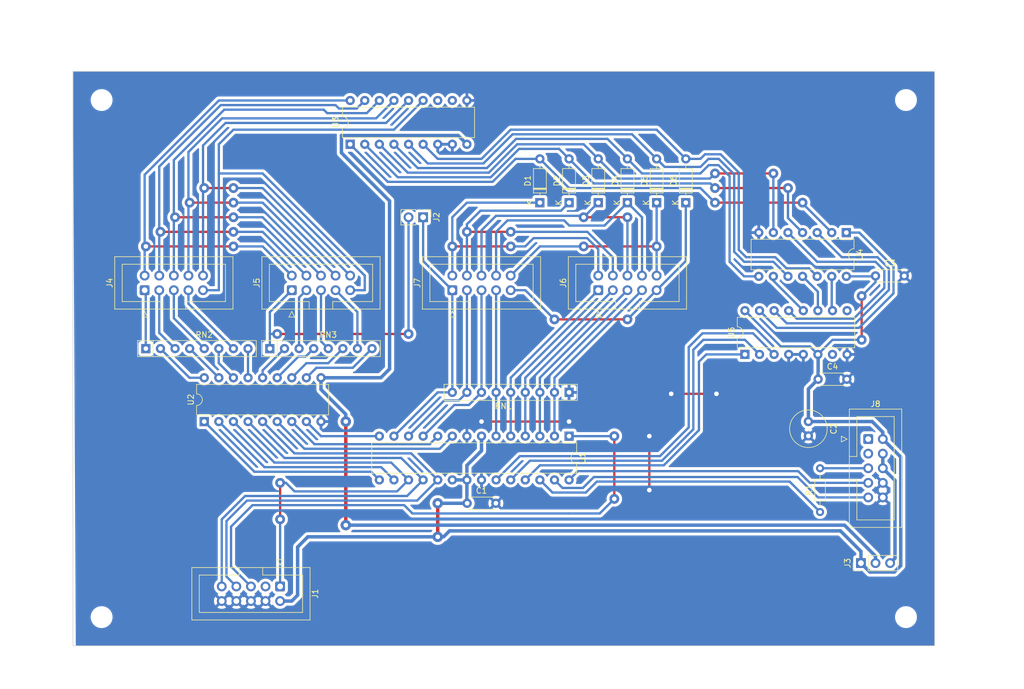
<source format=kicad_pcb>
(kicad_pcb (version 20240108) (generator "pcbnew") (generator_version "8.0")
  (layers (0 "F.Cu" signal) (31 "B.Cu" signal) (34 "B.Paste" user) (35 "F.Paste" user) (36 "B.SilkS" user "B.Silkscreen") (37 "F.SilkS" user "F.Silkscreen") (38 "B.Mask" user) (39 "F.Mask" user) (44 "Edge.Cuts" user))
  (net 0 "")
  (net 1 "+5V")
  (net 2 "GND")
  (net 3 "Net-(D1-K)")
  (net 4 "L1")
  (net 5 "Net-(D2-K)")
  (net 6 "L2")
  (net 7 "Net-(D3-K)")
  (net 8 "L3")
  (net 9 "Net-(D4-K)")
  (net 10 "L4")
  (net 11 "Net-(D5-K)")
  (net 12 "L5")
  (net 13 "Net-(D6-K)")
  (net 14 "L6")
  (net 15 "MOSI")
  (net 17 "Reset")
  (net 18 "SCK")
  (net 19 "MISO")
  (net 20 "P8")
  (net 21 "Net-(J2-Pin_2)")
  (net 22 "/LED_PWR")
  (net 23 "+12V")
  (net 24 "Net-(J4-Pin_1)")
  (net 25 "Net-(J4-Pin_2)")
  (net 26 "Net-(J4-Pin_3)")
  (net 27 "Net-(J4-Pin_4)")
  (net 28 "Net-(J4-Pin_5)")
  (net 29 "Net-(J4-Pin_6)")
  (net 30 "Net-(J4-Pin_7)")
  (net 31 "Net-(J4-Pin_8)")
  (net 32 "Net-(J4-Pin_9)")
  (net 33 "Net-(J4-Pin_10)")
  (net 34 "Net-(J5-Pin_3)")
  (net 35 "Net-(J5-Pin_5)")
  (net 36 "Net-(J5-Pin_7)")
  (net 37 "P4")
  (net 38 "P3")
  (net 39 "P2")
  (net 40 "P1")
  (net 41 "P7")
  (net 42 "P6")
  (net 43 "P5")
  (net 46 "Net-(J8-Pin_5)")
  (net 47 "SCL")
  (net 48 "SDA")
  (net 49 "Interrupt")
  (net 50 "Net-(RN2A-R1.2)")
  (net 51 "Net-(RN2B-R2.2)")
  (net 52 "Net-(RN2C-R3.2)")
  (net 53 "Net-(RN2D-R4.2)")
  (net 54 "Net-(RN3A-R1.2)")
  (net 55 "Net-(RN3B-R2.2)")
  (net 56 "Net-(RN3C-R3.2)")
  (net 57 "Net-(RN3D-R4.2)")
  (net 58 "Net-(U1-XTAL1{slash}PB6)")
  (net 59 "Net-(U1-XTAL2{slash}PB7)")
  (net 60 "Net-(U1-PB0)")
  (net 61 "Net-(U1-PB1)")
  (net 62 "Net-(U1-PB2)")
  (net 63 "A1")
  (net 64 "A2")
  (net 65 "A3")
  (net 68 "Net-(U5-O0)")
  (net 69 "Net-(U5-O1)")
  (net 70 "Net-(U5-O2)")
  (net 71 "Net-(U5-O3)")
  (net 72 "Net-(U5-O4)")
  (net 73 "Net-(U5-O5)")
  (footprint "Connector_IDC:IDC-Header_2x05_P2.54mm_Vertical" (layer "F.Cu") (at 104.14 83.82 90)
    (property "Reference" "J5")
    (property "Value" "LED2")
  )
  (footprint "Resistor_THT:R_Array_SIP8" (layer "F.Cu") (at 100.33 93.98)
    (property "Reference" "RN3")
    (property "Value" "R_Pack04_SIP_Split")
  )
  (footprint "Resistor_THT:R_Axial_DIN0204_L3.6mm_D1.6mm_P7.62mm_Horizontal" (layer "F.Cu") (at 196.088 122.428 90)
    (property "Reference" "R1")
    (property "Value" "R")
  )
  (footprint "Capacitor_THT:C_Disc_D4.3mm_W1.9mm_P5.00mm" (layer "F.Cu") (at 134.66 120.904)
    (property "Reference" "C1")
    (property "Value" "100nF")
  )
  (footprint "Package_DIP:DIP-14_W7.62mm" (layer "F.Cu") (at 200.66 73.79 -90)
    (property "Reference" "U4")
    (property "Value" "4069")
  )
  (footprint "Connector_IDC:IDC-Header_2x05_P2.54mm_Vertical" (layer "F.Cu") (at 102.108 135.382 -90)
    (property "Reference" "J1")
    (property "Value" "ISP")
  )
  (footprint "MountingHole:MountingHole_3.2mm_M3" (layer "F.Cu") (at 211.04 50.72)
    (property "Reference" "H1" (hide yes))
    (property "Value" "MountingHole")
  )
  (footprint "Package_DIP:DIP-18_W7.62mm" (layer "F.Cu") (at 114.3 58.42 90)
    (property "Reference" "U3")
    (property "Value" "TBD62783A")
  )
  (footprint "Resistor_THT:R_Array_SIP9" (layer "F.Cu") (at 152.4 101.6 180)
    (property "Reference" "RN1")
    (property "Value" "R_Network08")
  )
  (footprint "Capacitor_THT:C_Radial_D6.3mm_H7.0mm_P2.50mm" (layer "F.Cu") (at 194.056 106.68 -90)
    (property "Reference" "C2")
    (property "Value" "10uF")
  )
  (footprint "Diode_THT:D_DO-35_SOD27_P7.62mm_Horizontal" (layer "F.Cu") (at 167.64 68.58 90)
    (property "Reference" "D5")
    (property "Value" "1N4148")
  )
  (footprint "Connector_PinHeader_2.54mm:PinHeader_1x02_P2.54mm_Vertical" (layer "F.Cu") (at 127 71.12 -90)
    (property "Reference" "J2")
    (property "Value" "Ext")
  )
  (footprint "Capacitor_THT:C_Disc_D4.3mm_W1.9mm_P5.00mm" (layer "F.Cu") (at 195.75 99.314)
    (property "Reference" "C4")
    (property "Value" "100nF")
  )
  (footprint "Diode_THT:D_DO-35_SOD27_P7.62mm_Horizontal" (layer "F.Cu") (at 162.56 68.58 90)
    (property "Reference" "D4")
    (property "Value" "1N4148")
  )
  (footprint "MountingHole:MountingHole_3.2mm_M3" (layer "F.Cu") (at 211.04 140.72)
    (property "Reference" "H4" (hide yes))
    (property "Value" "MountingHole")
  )
  (footprint "Connector_IDC:IDC-Header_2x05_P2.54mm_Vertical" (layer "F.Cu") (at 132.08 83.82 90)
    (property "Reference" "J7")
    (property "Value" "Pistons2")
  )
  (footprint "Diode_THT:D_DO-35_SOD27_P7.62mm_Horizontal" (layer "F.Cu") (at 152.4 68.58 90)
    (property "Reference" "D2")
    (property "Value" "1N4148")
  )
  (footprint "Diode_THT:D_DO-35_SOD27_P7.62mm_Horizontal" (layer "F.Cu") (at 147.32 68.58 90)
    (property "Reference" "D1")
    (property "Value" "1N4148")
  )
  (footprint "Package_DIP:DIP-28_W7.62mm" (layer "F.Cu") (at 152.4 109.22 -90)
    (property "Reference" "U1")
    (property "Value" "ATmega48-20P")
  )
  (footprint "Resistor_THT:R_Array_SIP8" (layer "F.Cu") (at 78.74 93.98)
    (property "Reference" "RN2")
    (property "Value" "R_Pack04_SIP_Split")
  )
  (footprint "Diode_THT:D_DO-35_SOD27_P7.62mm_Horizontal" (layer "F.Cu") (at 157.48 68.58 90)
    (property "Reference" "D3")
    (property "Value" "1N4148")
  )
  (footprint "MountingHole:MountingHole_3.2mm_M3" (layer "F.Cu") (at 71.04 50.72)
    (property "Reference" "H2" (hide yes))
    (property "Value" "MountingHole")
  )
  (footprint "Diode_THT:D_DO-35_SOD27_P7.62mm_Horizontal" (layer "F.Cu") (at 172.72 68.58 90)
    (property "Reference" "D6")
    (property "Value" "1N4148")
  )
  (footprint "Connector_IDC:IDC-Header_2x05_P2.54mm_Vertical" (layer "F.Cu") (at 204.47 109.728)
    (property "Reference" "J8")
    (property "Value" "BoardCon")
  )
  (footprint "Connector_IDC:IDC-Header_2x05_P2.54mm_Vertical" (layer "F.Cu") (at 78.53 83.82 90)
    (property "Reference" "J4")
    (property "Value" "LED1")
  )
  (footprint "Connector_IDC:IDC-Header_2x05_P2.54mm_Vertical" (layer "F.Cu") (at 157.48 83.82 90)
    (property "Reference" "J6")
    (property "Value" "Pistons1")
  )
  (footprint "MountingHole:MountingHole_3.2mm_M3" (layer "F.Cu") (at 71.04 140.72)
    (property "Reference" "H3" (hide yes))
    (property "Value" "MountingHole")
  )
  (footprint "Package_DIP:DIP-18_W7.62mm" (layer "F.Cu") (at 88.9 106.68 90)
    (property "Reference" "U2")
    (property "Value" "ULN2803A")
  )
  (footprint "Package_DIP:DIP-16_W7.62mm" (layer "F.Cu") (at 183.01 94.996 90)
    (property "Reference" "U5")
    (property "Value" "74LS138")
  )
  (footprint "Capacitor_THT:C_Disc_D4.3mm_W1.9mm_P5.00mm" (layer "F.Cu") (at 205.74 81.33)
    (property "Reference" "C3")
    (property "Value" "100nF")
  )
  (footprint "Connector_PinHeader_2.54mm:PinHeader_1x03_P2.54mm_Vertical" (layer "F.Cu") (at 203.2 131.318 90)
    (property "Reference" "J3")
    (property "Value" "PWR")
  )
  (gr_rect (start 66.04 45.72) (end 216.04 145.72) (stroke (width 0.1)) (fill none) (layer "Edge.Cuts"))
  (segment (start 203.33 84.836) (end 203.33 92.456) (width 0.4) (layer "F.Cu") (net 1))
  (segment (start 129.54 126.746) (end 129.54 120.904) (width 0.6) (layer "F.Cu") (net 1))
  (via (at 129.54 126.746) (size 1.8) (drill 0.8) (layers "F.Cu" "B.Cu") (net 1))
  (via (at 203.33 92.456) (size 1.7) (drill 0.8) (layers "F.Cu" "B.Cu") (net 1))
  (via (at 129.54 120.904) (size 1.8) (drill 0.8) (layers "F.Cu" "B.Cu") (net 1))
  (via (at 203.33 84.836) (size 1.7) (drill 0.8) (layers "F.Cu" "B.Cu") (net 1))
  (segment (start 210.13 112.848) (end 210.13 131.754) (width 0.6) (layer "B.Cu") (net 1))
  (segment (start 131.588 125.714) (end 199.644 125.714) (width 0.6) (layer "B.Cu") (net 1))
  (segment (start 207.01 108.525919) (end 205.164081 106.68) (width 0.6) (layer "B.Cu") (net 1))
  (segment (start 134.62 116.84) (end 134.62 120.864) (width 0.6) (layer "B.Cu") (net 1))
  (segment (start 203.33 92.456) (end 198.25 92.456) (width 0.4) (layer "B.Cu") (net 1))
  (segment (start 207.01 109.728) (end 210.13 112.848) (width 0.6) (layer "B.Cu") (net 1))
  (segment (start 203.33 84.836) (end 205.74 82.426) (width 0.4) (layer "B.Cu") (net 1))
  (segment (start 203.2 129.27) (end 203.2 131.318) (width 0.6) (layer "B.Cu") (net 1))
  (segment (start 134.62 116.84) (end 134.62 114.3) (width 0.6) (layer "B.Cu") (net 1))
  (segment (start 195.79 95.076) (end 195.71 94.996) (width 0.4) (layer "B.Cu") (net 1))
  (segment (start 195.71 94.996) (end 194.31 93.596) (width 0.4) (layer "B.Cu") (net 1))
  (segment (start 200.66 81.41) (end 205.66 81.41) (width 0.4) (layer "B.Cu") (net 1))
  (segment (start 137.16 111.76) (end 137.16 109.22) (width 0.6) (layer "B.Cu") (net 1))
  (segment (start 106.934 126.746) (end 105.156 128.524) (width 0.6) (layer "B.Cu") (net 1))
  (segment (start 205.164081 106.68) (end 194.056 106.68) (width 0.6) (layer "B.Cu") (net 1))
  (segment (start 199.644 125.714) (end 203.2 129.27) (width 0.6) (layer "B.Cu") (net 1))
  (segment (start 134.62 114.3) (end 137.16 111.76) (width 0.6) (layer "B.Cu") (net 1))
  (segment (start 129.54 126.746) (end 106.934 126.746) (width 0.6) (layer "B.Cu") (net 1))
  (segment (start 130.556 126.746) (end 129.54 126.746) (width 0.6) (layer "B.Cu") (net 1))
  (segment (start 210.13 131.754) (end 209.016 132.868) (width 0.6) (layer "B.Cu") (net 1))
  (segment (start 198.25 92.456) (end 195.71 94.996) (width 0.4) (layer "B.Cu") (net 1))
  (segment (start 189.23 93.596) (end 183.01 87.376) (width 0.4) (layer "B.Cu") (net 1))
  (segment (start 194.31 93.596) (end 189.23 93.596) (width 0.4) (layer "B.Cu") (net 1))
  (segment (start 205.74 82.426) (end 205.74 81.33) (width 0.4) (layer "B.Cu") (net 1))
  (segment (start 129.54 120.904) (end 134.66 120.904) (width 0.6) (layer "B.Cu") (net 1))
  (segment (start 207.01 109.728) (end 207.01 108.525919) (width 0.6) (layer "B.Cu") (net 1))
  (segment (start 105.156 136.906) (end 104.14 137.922) (width 0.6) (layer "B.Cu") (net 1))
  (segment (start 195.75 95.036) (end 195.71 94.996) (width 0.6) (layer "B.Cu") (net 1))
  (segment (start 194.056 101.008) (end 195.75 99.314) (width 0.6) (layer "B.Cu") (net 1))
  (segment (start 195.75 99.314) (end 195.75 95.036) (width 0.6) (layer "B.Cu") (net 1))
  (segment (start 134.62 120.864) (end 134.66 120.904) (width 0.6) (layer "B.Cu") (net 1))
  (segment (start 134.62 116.84) (end 132.08 116.84) (width 0.6) (layer "B.Cu") (net 1))
  (segment (start 209.016 132.868) (end 204.75 132.868) (width 0.6) (layer "B.Cu") (net 1))
  (segment (start 104.14 137.922) (end 102.108 137.922) (width 0.6) (layer "B.Cu") (net 1))
  (segment (start 194.056 106.68) (end 194.056 101.008) (width 0.6) (layer "B.Cu") (net 1))
  (segment (start 105.156 128.524) (end 105.156 136.906) (width 0.6) (layer "B.Cu") (net 1))
  (segment (start 131.588 125.714) (end 130.556 126.746) (width 0.6) (layer "B.Cu") (net 1))
  (segment (start 204.75 132.868) (end 203.2 131.318) (width 0.6) (layer "B.Cu") (net 1))
  (segment (start 137.16 106.68) (end 152.4 106.68) (width 0.4) (layer "F.Cu") (net 2))
  (segment (start 170.18 101.854) (end 178.054 101.854) (width 0.4) (layer "F.Cu") (net 2))
  (segment (start 166.37 118.618) (end 166.37 109.22) (width 0.4) (layer "F.Cu") (net 2))
  (via (at 166.37 118.618) (size 1.7) (drill 0.8) (layers "F.Cu" "B.Cu") (net 2))
  (via (at 170.18 101.854) (size 1.7) (drill 0.8) (layers "F.Cu" "B.Cu") (net 2))
  (via (at 166.37 109.22) (size 1.7) (drill 0.8) (layers "F.Cu" "B.Cu") (net 2))
  (via (at 137.16 106.68) (size 1.7) (drill 0.8) (layers "F.Cu" "B.Cu") (net 2))
  (via (at 178.054 101.854) (size 1.7) (drill 0.8) (layers "F.Cu" "B.Cu") (net 2))
  (via (at 152.4 106.68) (size 1.7) (drill 0.8) (layers "F.Cu" "B.Cu") (net 2))
  (segment (start 142.24 76.2) (end 132.08 76.2) (width 0.4) (layer "F.Cu") (net 3))
  (via (at 142.24 76.2) (size 1.7) (drill 0.8) (layers "F.Cu" "B.Cu") (net 3))
  (via (at 132.08 76.2) (size 1.7) (drill 0.8) (layers "F.Cu" "B.Cu") (net 3))
  (segment (start 132.08 71.12) (end 132.08 76.2) (width 0.4) (layer "B.Cu") (net 3))
  (segment (start 134.62 68.58) (end 132.08 71.12) (width 0.4) (layer "B.Cu") (net 3))
  (segment (start 146.23 74.75) (end 144.78 76.2) (width 0.4) (layer "B.Cu") (net 3))
  (segment (start 132.08 76.2) (end 132.08 81.28) (width 0.4) (layer "B.Cu") (net 3))
  (segment (start 157.48 76.68939) (end 155.54061 74.75) (width 0.4) (layer "B.Cu") (net 3))
  (segment (start 147.32 68.58) (end 134.62 68.58) (width 0.4) (layer "B.Cu") (net 3))
  (segment (start 144.78 76.2) (end 142.24 76.2) (width 0.4) (layer "B.Cu") (net 3))
  (segment (start 157.48 81.28) (end 157.48 76.68939) (width 0.4) (layer "B.Cu") (net 3))
  (segment (start 155.54061 74.75) (end 146.23 74.75) (width 0.4) (layer "B.Cu") (net 3))
  (segment (start 177.8 68.58) (end 193.04 68.58) (width 0.4) (layer "F.Cu") (net 4))
  (via (at 193.04 68.58) (size 1.7) (drill 0.8) (layers "F.Cu" "B.Cu") (net 4))
  (via (at 177.8 68.58) (size 1.7) (drill 0.8) (layers "F.Cu" "B.Cu") (net 4))
  (segment (start 152.4 66.04) (end 175.26 66.04) (width 0.4) (layer "B.Cu") (net 4))
  (segment (start 114.3 58.42) (end 120.84 64.96) (width 0.4) (layer "B.Cu") (net 4))
  (segment (start 147.32 60.96) (end 152.4 66.04) (width 0.4) (layer "B.Cu") (net 4))
  (segment (start 193.04 68.58) (end 193.04 68.71) (width 0.4) (layer "B.Cu") (net 4))
  (segment (start 143.09411 60.96) (end 147.32 60.96) (width 0.4) (layer "B.Cu") (net 4))
  (segment (start 139.09411 64.96) (end 143.09411 60.96) (width 0.4) (layer "B.Cu") (net 4))
  (segment (start 193.04 68.71) (end 198.12 73.79) (width 0.4) (layer "B.Cu") (net 4))
  (segment (start 120.84 64.96) (end 139.09411 64.96) (width 0.4) (layer "B.Cu") (net 4))
  (segment (start 175.26 66.04) (end 177.8 68.58) (width 0.4) (layer "B.Cu") (net 4))
  (segment (start 142.24 73.66) (end 134.62 73.66) (width 0.4) (layer "F.Cu") (net 5))
  (via (at 142.24 73.66) (size 1.7) (drill 0.8) (layers "F.Cu" "B.Cu") (net 5))
  (via (at 134.62 73.66) (size 1.7) (drill 0.8) (layers "F.Cu" "B.Cu") (net 5))
  (segment (start 152.4 68.58) (end 151 69.98) (width 0.4) (layer "B.Cu") (net 5))
  (segment (start 155.58198 73.66) (end 142.24 73.66) (width 0.4) (layer "B.Cu") (net 5))
  (segment (start 134.62 72.341889) (end 134.62 81.28) (width 0.4) (layer "B.Cu") (net 5))
  (segment (start 160.02 81.28) (end 160.02 78.09802) (width 0.4) (layer "B.Cu") (net 5))
  (segment (start 151 69.98) (end 136.981889 69.98) (width 0.4) (layer "B.Cu") (net 5))
  (segment (start 160.02 78.09802) (end 155.58198 73.66) (width 0.4) (layer "B.Cu") (net 5))
  (segment (start 136.981889 69.98) (end 134.62 72.341889) (width 0.4) (layer "B.Cu") (net 5))
  (segment (start 177.8 66.04) (end 190.5 66.04) (width 0.4) (layer "F.Cu") (net 6))
  (via (at 190.5 66.04) (size 1.7) (drill 0.8) (layers "F.Cu" "B.Cu") (net 6))
  (via (at 177.8 66.04) (size 1.7) (drill 0.8) (layers "F.Cu" "B.Cu") (net 6))
  (segment (start 190.5 71.25) (end 193.04 73.79) (width 0.4) (layer "B.Cu") (net 6))
  (segment (start 152.4 60.96) (end 156.68 65.24) (width 0.4) (layer "B.Cu") (net 6))
  (segment (start 177 65.24) (end 177.8 66.04) (width 0.4) (layer "B.Cu") (net 6))
  (segment (start 122.58 64.16) (end 116.84 58.42) (width 0.4) (layer "B.Cu") (net 6))
  (segment (start 138.76274 64.16) (end 122.58 64.16) (width 0.4) (layer "B.Cu") (net 6))
  (segment (start 190.5 66.04) (end 190.5 71.25) (width 0.4) (layer "B.Cu") (net 6))
  (segment (start 150.66 59.22) (end 143.70274 59.22) (width 0.4) (layer "B.Cu") (net 6))
  (segment (start 143.70274 59.22) (end 138.76274 64.16) (width 0.4) (layer "B.Cu") (net 6))
  (segment (start 152.4 60.96) (end 150.66 59.22) (width 0.4) (layer "B.Cu") (net 6))
  (segment (start 156.68 65.24) (end 177 65.24) (width 0.4) (layer "B.Cu") (net 6))
  (segment (start 162.56 71.12) (end 154.94 71.12) (width 0.4) (layer "F.Cu") (net 7))
  (via (at 162.56 71.12) (size 1.7) (drill 0.8) (layers "F.Cu" "B.Cu") (net 7))
  (via (at 154.94 71.12) (size 1.7) (drill 0.8) (layers "F.Cu" "B.Cu") (net 7))
  (segment (start 157.48 68.58) (end 155.186931 70.873069) (width 0.4) (layer "B.Cu") (net 7))
  (segment (start 162.56 81.28) (end 162.56 71.12) (width 0.4) (layer "B.Cu") (net 7))
  (segment (start 139.677008 70.873069) (end 137.16 73.390077) (width 0.4) (layer "B.Cu") (net 7))
  (segment (start 155.186931 70.873069) (end 139.677008 70.873069) (width 0.4) (layer "B.Cu") (net 7))
  (segment (start 137.16 73.390077) (end 137.16 81.28) (width 0.4) (layer "B.Cu") (net 7))
  (segment (start 187.96 63.5) (end 177.8 63.5) (width 0.4) (layer "F.Cu") (net 8))
  (via (at 177.8 63.5) (size 1.7) (drill 0.8) (layers "F.Cu" "B.Cu") (net 8))
  (via (at 187.96 63.5) (size 1.7) (drill 0.8) (layers "F.Cu" "B.Cu") (net 8))
  (segment (start 160.909013 64.389013) (end 157.48 60.96) (width 0.4) (layer "B.Cu") (net 8))
  (segment (start 177.8 63.5) (end 176.910987 64.389013) (width 0.4) (layer "B.Cu") (net 8))
  (segment (start 119.38 58.42) (end 124.32 63.36) (width 0.4) (layer "B.Cu") (net 8))
  (segment (start 143.37137 58.42) (end 154.94 58.42) (width 0.4) (layer "B.Cu") (net 8))
  (segment (start 176.910987 64.389013) (end 160.909013 64.389013) (width 0.4) (layer "B.Cu") (net 8))
  (segment (start 154.94 58.42) (end 157.48 60.96) (width 0.4) (layer "B.Cu") (net 8))
  (segment (start 138.43137 63.36) (end 143.37137 58.42) (width 0.4) (layer "B.Cu") (net 8))
  (segment (start 187.96 63.5) (end 187.96 73.79) (width 0.4) (layer "B.Cu") (net 8))
  (segment (start 124.32 63.36) (end 138.43137 63.36) (width 0.4) (layer "B.Cu") (net 8))
  (segment (start 141.686931 71.673069) (end 139.7 73.66) (width 0.4) (layer "B.Cu") (net 9))
  (segment (start 162.56 68.58) (end 165.1 71.12) (width 0.4) (layer "B.Cu") (net 9))
  (segment (start 151.544439 71.673069) (end 141.686931 71.673069) (width 0.4) (layer "B.Cu") (net 9))
  (segment (start 165.1 71.12) (end 165.1 81.28) (width 0.4) (layer "B.Cu") (net 9))
  (segment (start 139.7 73.66) (end 139.7 81.28) (width 0.4) (layer "B.Cu") (net 9))
  (segment (start 152.44137 72.57) (end 151.544439 71.673069) (width 0.4) (layer "B.Cu") (net 9))
  (segment (start 162.56 68.58) (end 158.57 72.57) (width 0.4) (layer "B.Cu") (net 9))
  (segment (start 158.57 72.57) (end 152.44137 72.57) (width 0.4) (layer "B.Cu") (net 9))
  (segment (start 143.18 57.48) (end 138.1 62.56) (width 0.4) (layer "B.Cu") (net 10))
  (segment (start 165.1 63.5) (end 175.26 63.5) (width 0.4) (layer "B.Cu") (net 10))
  (segment (start 138.1 62.56) (end 126.06 62.56) (width 0.4) (layer "B.Cu") (net 10))
  (segment (start 162.56 60.96) (end 159.08 57.48) (width 0.4) (layer "B.Cu") (net 10))
  (segment (start 180.34 78.87) (end 182.88 81.41) (width 0.4) (layer "B.Cu") (net 10))
  (segment (start 126.06 62.56) (end 121.92 58.42) (width 0.4) (layer "B.Cu") (net 10))
  (segment (start 182.88 81.41) (end 185.42 81.41) (width 0.4) (layer "B.Cu") (net 10))
  (segment (start 159.08 57.48) (end 143.18 57.48) (width 0.4) (layer "B.Cu") (net 10))
  (segment (start 162.56 60.96) (end 165.1 63.5) (width 0.4) (layer "B.Cu") (net 10))
  (segment (start 180.34 78.87) (end 180.34 63.98939) (width 0.4) (layer "B.Cu") (net 10))
  (segment (start 178.40061 62.05) (end 180.34 63.98939) (width 0.4) (layer "B.Cu") (net 10))
  (segment (start 176.71 62.05) (end 178.40061 62.05) (width 0.4) (layer "B.Cu") (net 10))
  (segment (start 175.26 63.5) (end 176.71 62.05) (width 0.4) (layer "B.Cu") (net 10))
  (segment (start 154.94 76.2) (end 167.64 76.2) (width 0.4) (layer "F.Cu") (net 11))
  (via (at 167.64 76.2) (size 1.7) (drill 0.8) (layers "F.Cu" "B.Cu") (net 11))
  (via (at 154.94 76.2) (size 1.7) (drill 0.8) (layers "F.Cu" "B.Cu") (net 11))
  (segment (start 167.64 68.58) (end 167.64 76.2) (width 0.4) (layer "B.Cu") (net 11))
  (segment (start 142.24 81.28) (end 147.32 76.2) (width 0.4) (layer "B.Cu") (net 11))
  (segment (start 147.32 76.2) (end 154.94 76.2) (width 0.4) (layer "B.Cu") (net 11))
  (segment (start 167.64 76.2) (end 167.64 81.28) (width 0.4) (layer "B.Cu") (net 11))
  (segment (start 169.04 62.36) (end 175.26863 62.36) (width 0.4) (layer "B.Cu") (net 12))
  (segment (start 181.14 77.13) (end 182.88 78.87) (width 0.4) (layer "B.Cu") (net 12))
  (segment (start 127.8 61.76) (end 137.49137 61.76) (width 0.4) (layer "B.Cu") (net 12))
  (segment (start 142.57137 56.68) (end 163.36 56.68) (width 0.4) (layer "B.Cu") (net 12))
  (segment (start 182.88 78.87) (end 187.96 78.87) (width 0.4) (layer "B.Cu") (net 12))
  (segment (start 181.14 63.65802) (end 181.14 77.13) (width 0.4) (layer "B.Cu") (net 12))
  (segment (start 187.96 78.87) (end 190.5 81.41) (width 0.4) (layer "B.Cu") (net 12))
  (segment (start 178.44198 60.96) (end 181.14 63.65802) (width 0.4) (layer "B.Cu") (net 12))
  (segment (start 175.26863 62.36) (end 176.66863 60.96) (width 0.4) (layer "B.Cu") (net 12))
  (segment (start 137.49137 61.76) (end 142.57137 56.68) (width 0.4) (layer "B.Cu") (net 12))
  (segment (start 163.36 56.68) (end 167.64 60.96) (width 0.4) (layer "B.Cu") (net 12))
  (segment (start 176.66863 60.96) (end 178.44198 60.96) (width 0.4) (layer "B.Cu") (net 12))
  (segment (start 124.46 58.42) (end 127.8 61.76) (width 0.4) (layer "B.Cu") (net 12))
  (segment (start 167.64 60.96) (end 169.04 62.36) (width 0.4) (layer "B.Cu") (net 12))
  (segment (start 149.86 88.9) (end 162.56 88.9) (width 0.4) (layer "F.Cu") (net 13))
  (via (at 162.56 88.9) (size 1.7) (drill 0.8) (layers "F.Cu" "B.Cu") (net 13))
  (via (at 149.86 88.9) (size 1.7) (drill 0.8) (layers "F.Cu" "B.Cu") (net 13))
  (segment (start 144.78 83.82) (end 149.86 88.9) (width 0.4) (layer "B.Cu") (net 13))
  (segment (start 167.64 83.82) (end 172.72 78.74) (width 0.4) (layer "B.Cu") (net 13))
  (segment (start 162.56 88.9) (end 167.64 83.82) (width 0.4) (layer "B.Cu") (net 13))
  (segment (start 142.24 83.82) (end 144.78 83.82) (width 0.4) (layer "B.Cu") (net 13))
  (segment (start 172.72 78.74) (end 172.72 68.58) (width 0.4) (layer "B.Cu") (net 13))
  (segment (start 176.06 60.16) (end 175.26 60.96) (width 0.4) (layer "B.Cu") (net 14))
  (segment (start 195.58 81.41) (end 194.18 80.01) (width 0.4) (layer "B.Cu") (net 14))
  (segment (start 181.94 76.79863) (end 181.94 63.326649) (width 0.4) (layer "B.Cu") (net 14))
  (segment (start 175.26 60.96) (end 172.72 60.96) (width 0.4) (layer "B.Cu") (net 14))
  (segment (start 194.18 80.01) (end 190.23137 80.01) (width 0.4) (layer "B.Cu") (net 14))
  (segment (start 178.77335 60.16) (end 176.06 60.16) (width 0.4) (layer "B.Cu") (net 14))
  (segment (start 181.94 63.326649) (end 178.77335 60.16) (width 0.4) (layer "B.Cu") (net 14))
  (segment (start 127 58.42) (end 129.54 60.96) (width 0.4) (layer "B.Cu") (net 14))
  (segment (start 188.29137 78.07) (end 183.21137 78.07) (width 0.4) (layer "B.Cu") (net 14))
  (segment (start 142.24 55.88) (end 167.64 55.88) (width 0.4) (layer "B.Cu") (net 14))
  (segment (start 183.21137 78.07) (end 181.94 76.79863) (width 0.4) (layer "B.Cu") (net 14))
  (segment (start 190.23137 80.01) (end 188.29137 78.07) (width 0.4) (layer "B.Cu") (net 14))
  (segment (start 167.64 55.88) (end 172.72 60.96) (width 0.4) (layer "B.Cu") (net 14))
  (segment (start 129.54 60.96) (end 137.16 60.96) (width 0.4) (layer "B.Cu") (net 14))
  (segment (start 137.16 60.96) (end 142.24 55.88) (width 0.4) (layer "B.Cu") (net 14))
  (segment (start 102.108 123.698) (end 102.108 117.348) (width 0.4) (layer "F.Cu") (net 15))
  (via (at 102.108 117.348) (size 1.7) (drill 0.8) (layers "F.Cu" "B.Cu") (net 15))
  (via (at 102.108 123.698) (size 1.7) (drill 0.8) (layers "F.Cu" "B.Cu") (net 15))
  (segment (start 102.108 134.874) (end 102.108 123.698) (width 0.4) (layer "B.Cu") (net 15))
  (segment (start 104.61 118.834) (end 122.466 118.834) (width 0.4) (layer "B.Cu") (net 15))
  (segment (start 102.108 117.348) (end 103.124 117.348) (width 0.4) (layer "B.Cu") (net 15))
  (segment (start 102.108 135.382) (end 102.108 134.874) (width 0.4) (layer "B.Cu") (net 15))
  (segment (start 103.124 117.348) (end 104.61 118.834) (width 0.4) (layer "B.Cu") (net 15))
  (segment (start 124.46 116.84) (end 121.44 113.82) (width 0.4) (layer "B.Cu") (net 15))
  (segment (start 101.12 113.82) (end 93.98 106.68) (width 0.4) (layer "B.Cu") (net 15))
  (segment (start 122.466 118.834) (end 124.46 116.84) (width 0.4) (layer "B.Cu") (net 15))
  (segment (start 121.44 113.82) (end 101.12 113.82) (width 0.4) (layer "B.Cu") (net 15))
  (segment (start 160.274 120.142) (end 160.274 109.22) (width 0.4) (layer "F.Cu") (net 17))
  (via (at 160.274 120.142) (size 1.7) (drill 0.8) (layers "F.Cu" "B.Cu") (net 17))
  (via (at 160.274 109.22) (size 1.7) (drill 0.8) (layers "F.Cu" "B.Cu") (net 17))
  (segment (start 97.301685 121.234) (end 123.698 121.234) (width 0.4) (layer "B.Cu") (net 17))
  (segment (start 152.4 122.682) (end 157.734 122.682) (width 0.4) (layer "B.Cu") (net 17))
  (segment (start 125.146 122.682) (end 152.4 122.682) (width 0.4) (layer "B.Cu") (net 17))
  (segment (start 160.274 109.22) (end 152.4 109.22) (width 0.4) (layer "B.Cu") (net 17))
  (segment (start 93.567685 131.921685) (end 93.567685 124.968) (width 0.4) (layer "B.Cu") (net 17))
  (segment (start 157.734 122.682) (end 160.274 120.142) (width 0.4) (layer "B.Cu") (net 17))
  (segment (start 93.567685 124.968) (end 97.301685 121.234) (width 0.4) (layer "B.Cu") (net 17))
  (segment (start 123.698 121.234) (end 125.146 122.682) (width 0.4) (layer "B.Cu") (net 17))
  (segment (start 97.028 135.382) (end 93.567685 131.921685) (width 0.4) (layer "B.Cu") (net 17))
  (segment (start 129.54 116.84) (end 125.946 120.434) (width 0.4) (layer "B.Cu") (net 18))
  (segment (start 92.767685 133.661685) (end 94.488 135.382) (width 0.4) (layer "B.Cu") (net 18))
  (segment (start 92.767685 124.009685) (end 92.767685 133.661685) (width 0.4) (layer "B.Cu") (net 18))
  (segment (start 104.6 112.22) (end 99.06 106.68) (width 0.4) (layer "B.Cu") (net 18))
  (segment (start 124.92 112.22) (end 104.6 112.22) (width 0.4) (layer "B.Cu") (net 18))
  (segment (start 96.34337 120.434) (end 92.767685 124.009685) (width 0.4) (layer "B.Cu") (net 18))
  (segment (start 129.54 116.84) (end 124.92 112.22) (width 0.4) (layer "B.Cu") (net 18))
  (segment (start 125.946 120.434) (end 96.34337 120.434) (width 0.4) (layer "B.Cu") (net 18))
  (segment (start 124.206 119.634) (end 127 116.84) (width 0.4) (layer "B.Cu") (net 19))
  (segment (start 96.012 119.634) (end 124.206 119.634) (width 0.4) (layer "B.Cu") (net 19))
  (segment (start 91.948 123.698) (end 96.012 119.634) (width 0.4) (layer "B.Cu") (net 19))
  (segment (start 102.86 113.02) (end 96.52 106.68) (width 0.4) (layer "B.Cu") (net 19))
  (segment (start 91.948 135.382) (end 91.948 123.698) (width 0.4) (layer "B.Cu") (net 19))
  (segment (start 123.18 113.02) (end 102.86 113.02) (width 0.4) (layer "B.Cu") (net 19))
  (segment (start 127 116.84) (end 123.18 113.02) (width 0.4) (layer "B.Cu") (net 19))
  (segment (start 127 71.12) (end 127 78.74) (width 0.4) (layer "B.Cu") (net 20))
  (segment (start 121.92 109.22) (end 129.54 101.6) (width 0.4) (layer "B.Cu") (net 20))
  (segment (start 129.54 101.6) (end 132.08 101.6) (width 0.4) (layer "B.Cu") (net 20))
  (segment (start 132.08 101.6) (end 132.08 83.82) (width 0.4) (layer "B.Cu") (net 20))
  (segment (start 127 78.74) (end 132.08 83.82) (width 0.4) (layer "B.Cu") (net 20))
  (segment (start 124.46 91.44) (end 101.6 91.44) (width 0.4) (layer "F.Cu") (net 21))
  (via (at 101.6 91.44) (size 1.7) (drill 0.8) (layers "F.Cu" "B.Cu") (net 21))
  (via (at 124.46 91.44) (size 1.7) (drill 0.8) (layers "F.Cu" "B.Cu") (net 21))
  (segment (start 101.6 91.44) (end 100.32 91.44) (width 0.4) (layer "B.Cu") (net 21))
  (segment (start 124.46 71.12) (end 124.46 91.44) (width 0.4) (layer "B.Cu") (net 21))
  (segment (start 100.32 87.64) (end 100.32 93.98) (width 0.4) (layer "B.Cu") (net 21))
  (segment (start 104.14 83.82) (end 100.32 87.64) (width 0.4) (layer "B.Cu") (net 21))
  (segment (start 113.538 124.714) (end 113.538 106.68) (width 0.6) (layer "F.Cu") (net 22))
  (via (at 113.538 124.714) (size 1.8) (drill 0.8) (layers "F.Cu" "B.Cu") (net 22))
  (via (at 113.538 106.68) (size 1.8) (drill 0.8) (layers "F.Cu" "B.Cu") (net 22))
  (segment (start 112.776 59.896) (end 121.158 68.278) (width 0.6) (layer "B.Cu") (net 22))
  (segment (start 134.62 58.42) (end 133.096 56.896) (width 0.6) (layer "B.Cu") (net 22))
  (segment (start 113.538 106.68) (end 113.538 105.41) (width 0.6) (layer "B.Cu") (net 22))
  (segment (start 109.22 101.092) (end 109.22 99.06) (width 0.6) (layer "B.Cu") (net 22))
  (segment (start 119.634 99.06) (end 109.22 99.06) (width 0.6) (layer "B.Cu") (net 22))
  (segment (start 112.776 56.896) (end 112.776 59.896) (width 0.6) (layer "B.Cu") (net 22))
  (segment (start 133.096 56.896) (end 112.776 56.896) (width 0.6) (layer "B.Cu") (net 22))
  (segment (start 121.158 97.536) (end 119.634 99.06) (width 0.6) (layer "B.Cu") (net 22))
  (segment (start 121.158 68.278) (end 121.158 97.536) (width 0.6) (layer "B.Cu") (net 22))
  (segment (start 205.74 130.115919) (end 200.338081 124.714) (width 0.6) (layer "B.Cu") (net 22))
  (segment (start 205.74 131.318) (end 205.74 130.115919) (width 0.6) (layer "B.Cu") (net 22))
  (segment (start 113.538 105.41) (end 109.22 101.092) (width 0.6) (layer "B.Cu") (net 22))
  (segment (start 200.338081 124.714) (end 113.538 124.714) (width 0.6) (layer "B.Cu") (net 22))
  (segment (start 207.01 112.268) (end 207.01 114.808) (width 0.6) (layer "B.Cu") (net 23))
  (segment (start 209.13 130.468) (end 208.28 131.318) (width 0.6) (layer "B.Cu") (net 23))
  (segment (start 207.01 114.808) (end 209.13 116.928) (width 0.6) (layer "B.Cu") (net 23))
  (segment (start 209.13 116.928) (end 209.13 130.468) (width 0.6) (layer "B.Cu") (net 23))
  (segment (start 78.72 93.98) (end 78.72 84.01) (width 0.4) (layer "B.Cu") (net 24))
  (segment (start 78.74 76.2) (end 93.98 76.2) (width 0.4) (layer "F.Cu") (net 25))
  (via (at 78.74 76.2) (size 1.7) (drill 0.8) (layers "F.Cu" "B.Cu") (net 25))
  (via (at 93.98 76.2) (size 1.7) (drill 0.8) (layers "F.Cu" "B.Cu") (net 25))
  (segment (start 78.53 76.2) (end 78.74 76.2) (width 0.4) (layer "B.Cu") (net 25))
  (segment (start 91.44 50.8) (end 78.53 63.71) (width 0.4) (layer "B.Cu") (net 25))
  (segment (start 114.3 50.8) (end 91.44 50.8) (width 0.4) (layer "B.Cu") (net 25))
  (segment (start 78.53 76.2) (end 78.53 81.28) (width 0.4) (layer "B.Cu") (net 25))
  (segment (start 78.53 63.71) (end 78.53 76.2) (width 0.4) (layer "B.Cu") (net 25))
  (segment (start 93.98 76.2) (end 99.06 76.2) (width 0.4) (layer "B.Cu") (net 25))
  (segment (start 99.06 76.2) (end 104.14 81.28) (width 0.4) (layer "B.Cu") (net 25))
  (segment (start 81.07 83.82) (end 81.07 91.25) (width 0.4) (layer "B.Cu") (net 26))
  (segment (start 81.07 91.25) (end 83.8 93.98) (width 0.4) (layer "B.Cu") (net 26))
  (segment (start 81.28 73.66) (end 93.98 73.66) (width 0.4) (layer "F.Cu") (net 27))
  (via (at 81.28 73.66) (size 1.7) (drill 0.8) (layers "F.Cu" "B.Cu") (net 27))
  (via (at 93.98 73.66) (size 1.7) (drill 0.8) (layers "F.Cu" "B.Cu") (net 27))
  (segment (start 81.07 62.30137) (end 91.77137 51.6) (width 0.4) (layer "B.Cu") (net 27))
  (segment (start 93.98 73.66) (end 99.06 73.66) (width 0.4) (layer "B.Cu") (net 27))
  (segment (start 115.44 52.2) (end 116.84 50.8) (width 0.4) (layer "B.Cu") (net 27))
  (segment (start 81.07 81.28) (end 81.07 73.66) (width 0.4) (layer "B.Cu") (net 27))
  (segment (start 91.77137 51.6) (end 111.751987 51.6) (width 0.4) (layer "B.Cu") (net 27))
  (segment (start 111.751987 51.6) (end 112.351987 52.2) (width 0.4) (layer "B.Cu") (net 27))
  (segment (start 112.351987 52.2) (end 115.44 52.2) (width 0.4) (layer "B.Cu") (net 27))
  (segment (start 81.07 73.66) (end 81.28 73.66) (width 0.4) (layer "B.Cu") (net 27))
  (segment (start 81.07 73.66) (end 81.07 62.30137) (width 0.4) (layer "B.Cu") (net 27))
  (segment (start 99.06 73.66) (end 106.68 81.28) (width 0.4) (layer "B.Cu") (net 27))
  (segment (start 83.61 88.69) (end 88.9 93.98) (width 0.4) (layer "B.Cu") (net 28))
  (segment (start 83.61 83.82) (end 83.61 88.69) (width 0.4) (layer "B.Cu") (net 28))
  (segment (start 83.82 71.12) (end 93.98 71.12) (width 0.4) (layer "F.Cu") (net 29))
  (via (at 83.82 71.12) (size 1.7) (drill 0.8) (layers "F.Cu" "B.Cu") (net 29))
  (via (at 93.98 71.12) (size 1.7) (drill 0.8) (layers "F.Cu" "B.Cu") (net 29))
  (segment (start 83.61 81.28) (end 83.61 71.12) (width 0.4) (layer "B.Cu") (net 29))
  (segment (start 92.38 52.4) (end 109.699343 52.4) (width 0.4) (layer "B.Cu") (net 29))
  (segment (start 117.18 53) (end 119.38 50.8) (width 0.4) (layer "B.Cu") (net 29))
  (segment (start 109.699343 52.4) (end 110.299343 53) (width 0.4) (layer "B.Cu") (net 29))
  (segment (start 110.299343 53) (end 117.18 53) (width 0.4) (layer "B.Cu") (net 29))
  (segment (start 83.61 61.17) (end 92.38 52.4) (width 0.4) (layer "B.Cu") (net 29))
  (segment (start 99.06 71.12) (end 109.22 81.28) (width 0.4) (layer "B.Cu") (net 29))
  (segment (start 83.61 71.12) (end 83.82 71.12) (width 0.4) (layer "B.Cu") (net 29))
  (segment (start 93.98 71.12) (end 99.06 71.12) (width 0.4) (layer "B.Cu") (net 29))
  (segment (start 83.61 71.12) (end 83.61 61.17) (width 0.4) (layer "B.Cu") (net 29))
  (segment (start 86.15 86.17) (end 93.96 93.98) (width 0.4) (layer "B.Cu") (net 30))
  (segment (start 86.15 83.82) (end 86.15 86.17) (width 0.4) (layer "B.Cu") (net 30))
  (segment (start 86.36 68.58) (end 93.98 68.58) (width 0.4) (layer "F.Cu") (net 31))
  (via (at 93.98 68.58) (size 1.7) (drill 0.8) (layers "F.Cu" "B.Cu") (net 31))
  (via (at 86.36 68.58) (size 1.7) (drill 0.8) (layers "F.Cu" "B.Cu") (net 31))
  (segment (start 118.814315 53.905685) (end 121.92 50.8) (width 0.4) (layer "B.Cu") (net 31))
  (segment (start 99.06 68.58) (end 111.76 81.28) (width 0.4) (layer "B.Cu") (net 31))
  (segment (start 93.98 68.58) (end 99.06 68.58) (width 0.4) (layer "B.Cu") (net 31))
  (segment (start 86.15 68.58) (end 86.15 59.76137) (width 0.4) (layer "B.Cu") (net 31))
  (segment (start 86.15 68.58) (end 86.36 68.58) (width 0.4) (layer "B.Cu") (net 31))
  (segment (start 92.005685 53.905685) (end 118.814315 53.905685) (width 0.4) (layer "B.Cu") (net 31))
  (segment (start 86.15 59.76137) (end 92.005685 53.905685) (width 0.4) (layer "B.Cu") (net 31))
  (segment (start 86.15 81.28) (end 86.15 68.58) (width 0.4) (layer "B.Cu") (net 31))
  (segment (start 116.84 81.28) (end 116.84 83.82) (width 0.4) (layer "B.Cu") (net 32))
  (segment (start 93.98 55.88) (end 91.44 58.42) (width 0.4) (layer "B.Cu") (net 32))
  (segment (start 99.06 63.5) (end 116.84 81.28) (width 0.4) (layer "B.Cu") (net 32))
  (segment (start 91.44 63.5) (end 91.44 83.82) (width 0.4) (layer "B.Cu") (net 32))
  (segment (start 91.44 58.42) (end 91.44 63.5) (width 0.4) (layer "B.Cu") (net 32))
  (segment (start 121.92 55.88) (end 93.98 55.88) (width 0.4) (layer "B.Cu") (net 32))
  (segment (start 127 50.8) (end 121.92 55.88) (width 0.4) (layer "B.Cu") (net 32))
  (segment (start 91.44 63.5) (end 99.06 63.5) (width 0.4) (layer "B.Cu") (net 32))
  (segment (start 116.84 83.82) (end 114.3 83.82) (width 0.4) (layer "B.Cu") (net 32))
  (segment (start 91.44 83.82) (end 88.69 83.82) (width 0.4) (layer "B.Cu") (net 32))
  (segment (start 88.9 66.04) (end 93.98 66.04) (width 0.4) (layer "F.Cu") (net 33))
  (via (at 93.98 66.04) (size 1.7) (drill 0.8) (layers "F.Cu" "B.Cu") (net 33))
  (via (at 88.9 66.04) (size 1.7) (drill 0.8) (layers "F.Cu" "B.Cu") (net 33))
  (segment (start 88.69 81.28) (end 88.69 66.04) (width 0.4) (layer "B.Cu") (net 33))
  (segment (start 120.554315 54.705685) (end 124.46 50.8) (width 0.4) (layer "B.Cu") (net 33))
  (segment (start 88.69 58.63) (end 92.614315 54.705685) (width 0.4) (layer "B.Cu") (net 33))
  (segment (start 88.69 66.04) (end 88.69 58.63) (width 0.4) (layer "B.Cu") (net 33))
  (segment (start 92.614315 54.705685) (end 120.554315 54.705685) (width 0.4) (layer "B.Cu") (net 33))
  (segment (start 88.69 66.04) (end 88.9 66.04) (width 0.4) (layer "B.Cu") (net 33))
  (segment (start 93.98 66.04) (end 99.06 66.04) (width 0.4) (layer "B.Cu") (net 33))
  (segment (start 99.06 66.04) (end 114.3 81.28) (width 0.4) (layer "B.Cu") (net 33))
  (segment (start 105.4 85.1) (end 106.68 83.82) (width 0.4) (layer "B.Cu") (net 34))
  (segment (start 105.4 93.98) (end 105.4 85.1) (width 0.4) (layer "B.Cu") (net 34))
  (segment (start 109.22 92.72) (end 110.48 93.98) (width 0.4) (layer "B.Cu") (net 35))
  (segment (start 109.22 83.82) (end 109.22 92.72) (width 0.4) (layer "B.Cu") (net 35))
  (segment (start 115.56 93.98) (end 115.56 87.62) (width 0.4) (layer "B.Cu") (net 36))
  (segment (start 115.56 87.62) (end 111.76 83.82) (width 0.4) (layer "B.Cu") (net 36))
  (segment (start 142.24 101.6) (end 142.24 109.22) (width 0.4) (layer "B.Cu") (net 37))
  (segment (start 142.24 101.6) (end 142.24 99.06) (width 0.4) (layer "B.Cu") (net 37))
  (segment (start 142.24 99.06) (end 157.48 83.82) (width 0.4) (layer "B.Cu") (net 37))
  (segment (start 144.78 99.06) (end 160.02 83.82) (width 0.4) (layer "B.Cu") (net 38))
  (segment (start 144.78 101.6) (end 144.78 99.06) (width 0.4) (layer "B.Cu") (net 38))
  (segment (start 144.78 109.22) (end 144.78 101.6) (width 0.4) (layer "B.Cu") (net 38))
  (segment (start 147.32 99.06) (end 162.56 83.82) (width 0.4) (layer "B.Cu") (net 39))
  (segment (start 147.32 101.6) (end 147.32 99.06) (width 0.4) (layer "B.Cu") (net 39))
  (segment (start 147.32 101.6) (end 147.32 109.22) (width 0.4) (layer "B.Cu") (net 39))
  (segment (start 149.86 101.6) (end 149.86 99.06) (width 0.4) (layer "B.Cu") (net 40))
  (segment (start 149.86 99.06) (end 165.1 83.82) (width 0.4) (layer "B.Cu") (net 40))
  (segment (start 149.86 109.22) (end 149.86 101.6) (width 0.4) (layer "B.Cu") (net 40))
  (segment (start 133.22 103) (end 134.62 101.6) (width 0.4) (layer "B.Cu") (net 41))
  (segment (start 124.46 109.22) (end 130.68 103) (width 0.4) (layer "B.Cu") (net 41))
  (segment (start 130.68 103) (end 133.22 103) (width 0.4) (layer "B.Cu") (net 41))
  (segment (start 134.62 83.82) (end 134.62 101.6) (width 0.4) (layer "B.Cu") (net 41))
  (segment (start 132.42 103.8) (end 134.96 103.8) (width 0.4) (layer "B.Cu") (net 42))
  (segment (start 134.96 103.8) (end 137.16 101.6) (width 0.4) (layer "B.Cu") (net 42))
  (segment (start 127 109.22) (end 132.42 103.8) (width 0.4) (layer "B.Cu") (net 42))
  (segment (start 137.16 101.6) (end 137.16 83.82) (width 0.4) (layer "B.Cu") (net 42))
  (segment (start 139.7 109.22) (end 139.7 101.6) (width 0.4) (layer "B.Cu") (net 43))
  (segment (start 139.7 83.82) (end 139.7 101.6) (width 0.4) (layer "B.Cu") (net 43))
  (segment (start 196.088 114.808) (end 204.47 114.808) (width 0.4) (layer "B.Cu") (net 46))
  (segment (start 152.4 116.84) (end 153.924 115.316) (width 0.4) (layer "B.Cu") (net 47))
  (segment (start 194.31 117.348) (end 204.47 117.348) (width 0.4) (layer "B.Cu") (net 47))
  (segment (start 153.924 115.316) (end 192.278 115.316) (width 0.4) (layer "B.Cu") (net 47))
  (segment (start 192.278 115.316) (end 194.31 117.348) (width 0.4) (layer "B.Cu") (net 47))
  (segment (start 149.86 116.84) (end 151.26 118.24) (width 0.4) (layer "B.Cu") (net 48))
  (segment (start 151.26 118.24) (end 154.81 118.24) (width 0.4) (layer "B.Cu") (net 48))
  (segment (start 195.71863 119.888) (end 204.47 119.888) (width 0.4) (layer "B.Cu") (net 48))
  (segment (start 192.16263 116.332) (end 195.71863 119.888) (width 0.4) (layer "B.Cu") (net 48))
  (segment (start 156.718 116.332) (end 192.16263 116.332) (width 0.4) (layer "B.Cu") (net 48))
  (segment (start 154.81 118.24) (end 156.718 116.332) (width 0.4) (layer "B.Cu") (net 48))
  (segment (start 157.226 117.132) (end 190.792 117.132) (width 0.4) (layer "B.Cu") (net 49))
  (segment (start 190.792 117.132) (end 196.088 122.428) (width 0.4) (layer "B.Cu") (net 49))
  (segment (start 155.318 119.04) (end 157.226 117.132) (width 0.4) (layer "B.Cu") (net 49))
  (segment (start 147.32 116.84) (end 149.52 119.04) (width 0.4) (layer "B.Cu") (net 49))
  (segment (start 149.52 119.04) (end 155.318 119.04) (width 0.4) (layer "B.Cu") (net 49))
  (segment (start 86.34 99.06) (end 81.26 93.98) (width 0.4) (layer "B.Cu") (net 50))
  (segment (start 88.9 99.06) (end 86.34 99.06) (width 0.4) (layer "B.Cu") (net 50))
  (segment (start 91.44 99.06) (end 86.36 93.98) (width 0.4) (layer "B.Cu") (net 51))
  (segment (start 91.42 96.5) (end 93.98 99.06) (width 0.4) (layer "B.Cu") (net 52))
  (segment (start 91.42 93.98) (end 91.42 96.5) (width 0.4) (layer "B.Cu") (net 52))
  (segment (start 96.52 99.06) (end 96.52 94) (width 0.4) (layer "B.Cu") (net 53))
  (segment (start 99.06 99.06) (end 99.06 97.78) (width 0.4) (layer "B.Cu") (net 54))
  (segment (start 99.06 97.78) (end 102.86 93.98) (width 0.4) (layer "B.Cu") (net 54))
  (segment (start 106.54 95.38) (end 107.94 93.98) (width 0.4) (layer "B.Cu") (net 55))
  (segment (start 101.6 99.06) (end 105.28 95.38) (width 0.4) (layer "B.Cu") (net 55))
  (segment (start 105.28 95.38) (end 106.54 95.38) (width 0.4) (layer "B.Cu") (net 55))
  (segment (start 106.68 96.52) (end 110.48 96.52) (width 0.4) (layer "B.Cu") (net 56))
  (segment (start 110.48 96.52) (end 113.02 93.98) (width 0.4) (layer "B.Cu") (net 56))
  (segment (start 104.14 99.06) (end 106.68 96.52) (width 0.4) (layer "B.Cu") (net 56))
  (segment (start 114.76 97.32) (end 118.1 93.98) (width 0.4) (layer "B.Cu") (net 57))
  (segment (start 108.42 97.32) (end 114.76 97.32) (width 0.4) (layer "B.Cu") (net 57))
  (segment (start 106.68 99.06) (end 108.42 97.32) (width 0.4) (layer "B.Cu") (net 57))
  (segment (start 129.88 111.42) (end 106.34 111.42) (width 0.4) (layer "B.Cu") (net 58))
  (segment (start 106.34 111.42) (end 101.6 106.68) (width 0.4) (layer "B.Cu") (net 58))
  (segment (start 132.08 109.22) (end 129.88 111.42) (width 0.4) (layer "B.Cu") (net 58))
  (segment (start 128.14 110.62) (end 108.08 110.62) (width 0.4) (layer "B.Cu") (net 59))
  (segment (start 129.54 109.22) (end 128.14 110.62) (width 0.4) (layer "B.Cu") (net 59))
  (segment (start 108.08 110.62) (end 104.14 106.68) (width 0.4) (layer "B.Cu") (net 59))
  (segment (start 109.22 109.22) (end 106.68 106.68) (width 0.4) (layer "B.Cu") (net 60))
  (segment (start 119.38 109.22) (end 109.22 109.22) (width 0.4) (layer "B.Cu") (net 60))
  (segment (start 119.38 116.84) (end 117.96 115.42) (width 0.4) (layer "B.Cu") (net 61))
  (segment (start 117.96 115.42) (end 97.64 115.42) (width 0.4) (layer "B.Cu") (net 61))
  (segment (start 97.64 115.42) (end 88.9 106.68) (width 0.4) (layer "B.Cu") (net 61))
  (segment (start 119.7 114.62) (end 99.38 114.62) (width 0.4) (layer "B.Cu") (net 62))
  (segment (start 121.92 116.84) (end 119.7 114.62) (width 0.4) (layer "B.Cu") (net 62))
  (segment (start 99.38 114.62) (end 91.44 106.68) (width 0.4) (layer "B.Cu") (net 62))
  (segment (start 176.276 94.996) (end 183.01 94.996) (width 0.4) (layer "B.Cu") (net 63))
  (segment (start 147.32 114.3) (end 168.886741 114.3) (width 0.4) (layer "B.Cu") (net 63))
  (segment (start 144.78 116.84) (end 147.32 114.3) (width 0.4) (layer "B.Cu") (net 63))
  (segment (start 168.886741 114.3) (end 175.006 108.180741) (width 0.4) (layer "B.Cu") (net 63))
  (segment (start 175.006 108.180741) (end 175.006 96.266) (width 0.4) (layer "B.Cu") (net 63))
  (segment (start 175.006 96.266) (end 176.276 94.996) (width 0.4) (layer "B.Cu") (net 63))
  (segment (start 183.01 92.456) (end 185.55 94.996) (width 0.4) (layer "B.Cu") (net 64))
  (segment (start 145.58 113.5) (end 168.555371 113.5) (width 0.4) (layer "B.Cu") (net 64))
  (segment (start 174.028 108.027371) (end 174.028 94.196) (width 0.4) (layer "B.Cu") (net 64))
  (segment (start 174.028 94.196) (end 175.768 92.456) (width 0.4) (layer "B.Cu") (net 64))
  (segment (start 168.555371 113.5) (end 174.028 108.027371) (width 0.4) (layer "B.Cu") (net 64))
  (segment (start 142.24 116.84) (end 145.58 113.5) (width 0.4) (layer "B.Cu") (net 64))
  (segment (start 175.768 92.456) (end 183.01 92.456) (width 0.4) (layer "B.Cu") (net 64))
  (segment (start 184.41863 91.32463) (end 175.62937 91.32463) (width 0.4) (layer "B.Cu") (net 65))
  (segment (start 173.228 93.726) (end 173.228 107.696) (width 0.4) (layer "B.Cu") (net 65))
  (segment (start 173.228 107.696) (end 168.224 112.7) (width 0.4) (layer "B.Cu") (net 65))
  (segment (start 168.224 112.7) (end 143.84 112.7) (width 0.4) (layer "B.Cu") (net 65))
  (segment (start 175.62937 91.32463) (end 173.228 93.726) (width 0.4) (layer "B.Cu") (net 65))
  (segment (start 188.09 94.996) (end 184.41863 91.32463) (width 0.4) (layer "B.Cu") (net 65))
  (segment (start 143.84 112.7) (end 139.7 116.84) (width 0.4) (layer "B.Cu") (net 65))
  (segment (start 185.55 87.376) (end 188.55 90.376) (width 0.4) (layer "B.Cu") (net 68))
  (segment (start 188.55 90.376) (end 202.87 90.376) (width 0.4) (layer "B.Cu") (net 68))
  (segment (start 202.922741 73.79) (end 200.66 73.79) (width 0.4) (layer "B.Cu") (net 68))
  (segment (start 202.87 90.376) (end 208.87 84.376) (width 0.4) (layer "B.Cu") (net 68))
  (segment (start 208.87 79.737259) (end 202.922741 73.79) (width 0.4) (layer "B.Cu") (net 68))
  (segment (start 208.87 84.376) (end 208.87 79.737259) (width 0.4) (layer "B.Cu") (net 68))
  (segment (start 208.07 83.76737) (end 202.26137 89.576) (width 0.4) (layer "B.Cu") (net 69))
  (segment (start 199.86 78.07) (end 206.07137 78.07) (width 0.4) (layer "B.Cu") (net 69))
  (segment (start 195.58 73.79) (end 199.86 78.07) (width 0.4) (layer "B.Cu") (net 69))
  (segment (start 190.29 89.576) (end 188.09 87.376) (width 0.4) (layer "B.Cu") (net 69))
  (segment (start 202.26137 89.576) (end 190.29 89.576) (width 0.4) (layer "B.Cu") (net 69))
  (segment (start 206.07137 78.07) (end 208.07 80.06863) (width 0.4) (layer "B.Cu") (net 69))
  (segment (start 208.07 80.06863) (end 208.07 83.76737) (width 0.4) (layer "B.Cu") (net 69))
  (segment (start 201.93 88.776) (end 207.27 83.436) (width 0.4) (layer "B.Cu") (net 70))
  (segment (start 192.03 88.776) (end 201.93 88.776) (width 0.4) (layer "B.Cu") (net 70))
  (segment (start 207.27 83.436) (end 207.27 80.4) (width 0.4) (layer "B.Cu") (net 70))
  (segment (start 205.74 78.87) (end 195.58 78.87) (width 0.4) (layer "B.Cu") (net 70))
  (segment (start 190.63 87.376) (end 192.03 88.776) (width 0.4) (layer "B.Cu") (net 70))
  (segment (start 207.27 80.4) (end 205.74 78.87) (width 0.4) (layer "B.Cu") (net 70))
  (segment (start 195.58 78.87) (end 190.5 73.79) (width 0.4) (layer "B.Cu") (net 70))
  (segment (start 187.96 82.166) (end 187.96 81.41) (width 0.4) (layer "B.Cu") (net 71))
  (segment (start 193.17 87.376) (end 187.96 82.166) (width 0.4) (layer "B.Cu") (net 71))
  (segment (start 195.71 84.08) (end 195.71 87.376) (width 0.4) (layer "B.Cu") (net 72))
  (segment (start 193.04 81.41) (end 195.71 84.08) (width 0.4) (layer "B.Cu") (net 72))
  (segment (start 198.12 81.41) (end 198.12 87.246) (width 0.4) (layer "B.Cu") (net 73))
  (segment (start 198.12 87.246) (end 198.25 87.376) (width 0.4) (layer "B.Cu") (net 73))
  (zone (net 2) (net_name "GND") (layer "B.Cu") (connect_pads (clearance 0.5)) (min_thickness 0.25) (fill yes (thermal_gap 0.5) (thermal_bridge_width 0.5) (island_removal_mode 2) (island_area_min 1))
    (polygon (pts (xy 66.04 45.72) (xy 216.408 45.72) (xy 216.154 146.05) (xy 66.548 146.05)))
  )
)
</source>
